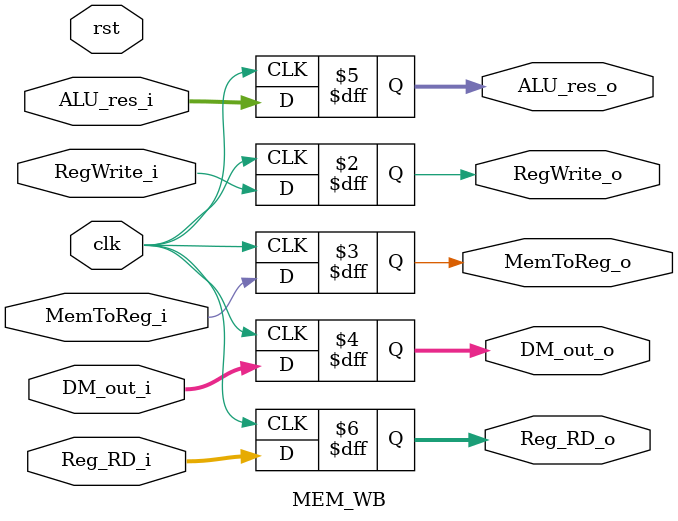
<source format=v>
module MEM_WB(
clk,
rst,
RegWrite_i,
MemToReg_i,
RegWrite_o,
MemToReg_o,
DM_out_i,
ALU_res_i,
Reg_RD_i,
DM_out_o,
ALU_res_o,
Reg_RD_o
);

input clk;
input rst;

// WB control signal
input RegWrite_i;
input MemToReg_i;
output reg RegWrite_o;
output reg MemToReg_o;

input [32-1:0] DM_out_i;
input [32-1:0] ALU_res_i;
input [5-1:0] Reg_RD_i;
output reg [32-1:0] DM_out_o;
output reg [32-1:0] ALU_res_o;
output reg [5-1:0] Reg_RD_o;

always @(posedge clk) begin
	/*if (rst) begin
		RegWrite_o <= 0;
		MemToReg_o <= 0;
		DM_out_o <= 32'b0;
		ALU_res_o <= 32'b0;
		Reg_RD_o <= 5'b0;
	end*/
	//else begin
		RegWrite_o <= RegWrite_i;
		MemToReg_o <= MemToReg_i;
		DM_out_o <= DM_out_i;
		ALU_res_o <= ALU_res_i;
		Reg_RD_o <= Reg_RD_i;
	//end
	//$display("Res: %d", ALU_res_o);
end

endmodule
</source>
